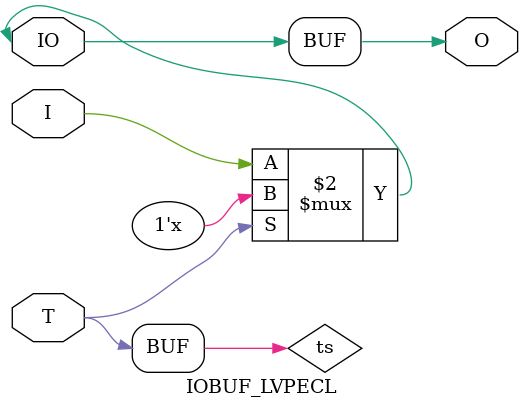
<source format=v>

/*

FUNCTION    : INPUT TRI-STATE OUTPUT BUFFER

*/

`celldefine
`timescale  100 ps / 10 ps

module IOBUF_LVPECL (O, IO, I, T);

    output O;

    inout  IO;

    input  I, T;

    or O1 (ts, 1'b0, T);
    bufif0 T1 (IO, I, ts);

    buf B1 (O, IO);

endmodule

</source>
